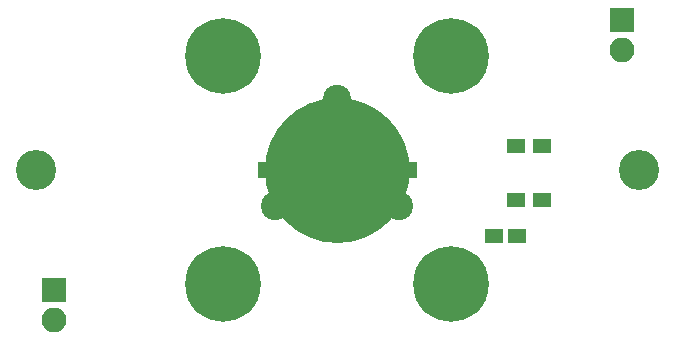
<source format=gts>
G04 #@! TF.FileFunction,Soldermask,Top*
%FSLAX46Y46*%
G04 Gerber Fmt 4.6, Leading zero omitted, Abs format (unit mm)*
G04 Created by KiCad (PCBNEW 4.0.6) date 08/03/17 08:27:11*
%MOMM*%
%LPD*%
G01*
G04 APERTURE LIST*
%ADD10C,0.100000*%
%ADD11C,0.150000*%
%ADD12C,2.400000*%
%ADD13R,1.400000X1.400000*%
%ADD14C,3.400000*%
%ADD15C,6.400000*%
%ADD16R,1.600000X1.150000*%
%ADD17R,1.600000X1.300000*%
%ADD18R,2.100000X2.100000*%
%ADD19O,2.100000X2.100000*%
%ADD20C,0.254000*%
G04 APERTURE END LIST*
D10*
D11*
X55994000Y-33080000D02*
G75*
G03X55994000Y-33080000I-6060000J0D01*
G01*
D12*
X49934000Y-27020000D03*
X55184000Y-36120000D03*
X44684000Y-36120000D03*
D13*
X55994000Y-33080000D03*
X43874000Y-33080000D03*
D14*
X75434000Y-33080000D03*
D15*
X40284000Y-42730000D03*
X59584000Y-42730000D03*
X40284000Y-23430000D03*
X59584000Y-23430000D03*
D16*
X63208000Y-38608000D03*
X65108000Y-38608000D03*
D17*
X65090000Y-35620000D03*
X67290000Y-35620000D03*
X65090000Y-31048000D03*
X67290000Y-31048000D03*
D18*
X25934000Y-43240000D03*
D19*
X25934000Y-45780000D03*
D18*
X74064000Y-20380000D03*
D19*
X74064000Y-22920000D03*
D14*
X24434000Y-33080000D03*
D20*
G36*
X51306073Y-27305329D02*
X52576544Y-27793971D01*
X53657232Y-28481682D01*
X54535979Y-29262791D01*
X55023109Y-30042198D01*
X55513197Y-31022374D01*
X55807000Y-32393455D01*
X55807000Y-33764366D01*
X55514785Y-34933224D01*
X54432916Y-36900260D01*
X53355625Y-37879615D01*
X52477706Y-38464895D01*
X51307820Y-38854857D01*
X50228244Y-38953000D01*
X48951789Y-38953000D01*
X47582919Y-38561894D01*
X46706121Y-38074784D01*
X45531425Y-37095871D01*
X44449909Y-35326118D01*
X44158105Y-34450704D01*
X43962004Y-33077998D01*
X44059614Y-32199508D01*
X44255199Y-31221582D01*
X44941575Y-29848829D01*
X45331806Y-29361041D01*
X45919027Y-28675950D01*
X47097868Y-27890056D01*
X47880235Y-27498873D01*
X48556210Y-27305737D01*
X49934000Y-27207323D01*
X51306073Y-27305329D01*
X51306073Y-27305329D01*
G37*
X51306073Y-27305329D02*
X52576544Y-27793971D01*
X53657232Y-28481682D01*
X54535979Y-29262791D01*
X55023109Y-30042198D01*
X55513197Y-31022374D01*
X55807000Y-32393455D01*
X55807000Y-33764366D01*
X55514785Y-34933224D01*
X54432916Y-36900260D01*
X53355625Y-37879615D01*
X52477706Y-38464895D01*
X51307820Y-38854857D01*
X50228244Y-38953000D01*
X48951789Y-38953000D01*
X47582919Y-38561894D01*
X46706121Y-38074784D01*
X45531425Y-37095871D01*
X44449909Y-35326118D01*
X44158105Y-34450704D01*
X43962004Y-33077998D01*
X44059614Y-32199508D01*
X44255199Y-31221582D01*
X44941575Y-29848829D01*
X45331806Y-29361041D01*
X45919027Y-28675950D01*
X47097868Y-27890056D01*
X47880235Y-27498873D01*
X48556210Y-27305737D01*
X49934000Y-27207323D01*
X51306073Y-27305329D01*
M02*

</source>
